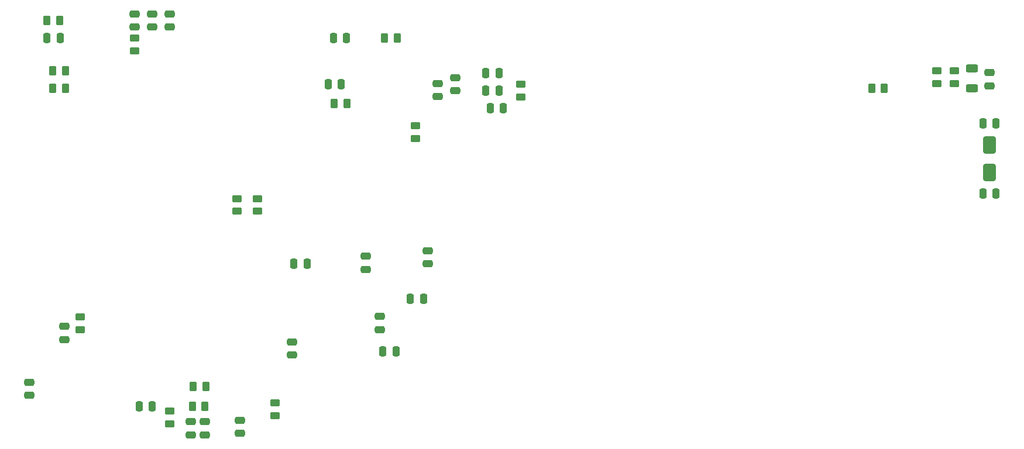
<source format=gbr>
%TF.GenerationSoftware,KiCad,Pcbnew,7.0.10*%
%TF.CreationDate,2024-03-06T13:01:35-05:00*%
%TF.ProjectId,PCB_Main_Final,5043425f-4d61-4696-9e5f-46696e616c2e,rev?*%
%TF.SameCoordinates,Original*%
%TF.FileFunction,Paste,Bot*%
%TF.FilePolarity,Positive*%
%FSLAX46Y46*%
G04 Gerber Fmt 4.6, Leading zero omitted, Abs format (unit mm)*
G04 Created by KiCad (PCBNEW 7.0.10) date 2024-03-06 13:01:35*
%MOMM*%
%LPD*%
G01*
G04 APERTURE LIST*
G04 Aperture macros list*
%AMRoundRect*
0 Rectangle with rounded corners*
0 $1 Rounding radius*
0 $2 $3 $4 $5 $6 $7 $8 $9 X,Y pos of 4 corners*
0 Add a 4 corners polygon primitive as box body*
4,1,4,$2,$3,$4,$5,$6,$7,$8,$9,$2,$3,0*
0 Add four circle primitives for the rounded corners*
1,1,$1+$1,$2,$3*
1,1,$1+$1,$4,$5*
1,1,$1+$1,$6,$7*
1,1,$1+$1,$8,$9*
0 Add four rect primitives between the rounded corners*
20,1,$1+$1,$2,$3,$4,$5,0*
20,1,$1+$1,$4,$5,$6,$7,0*
20,1,$1+$1,$6,$7,$8,$9,0*
20,1,$1+$1,$8,$9,$2,$3,0*%
G04 Aperture macros list end*
%ADD10RoundRect,0.250000X0.475000X-0.250000X0.475000X0.250000X-0.475000X0.250000X-0.475000X-0.250000X0*%
%ADD11RoundRect,0.250000X-0.475000X0.250000X-0.475000X-0.250000X0.475000X-0.250000X0.475000X0.250000X0*%
%ADD12RoundRect,0.250000X0.262500X0.450000X-0.262500X0.450000X-0.262500X-0.450000X0.262500X-0.450000X0*%
%ADD13RoundRect,0.250000X-0.450000X0.262500X-0.450000X-0.262500X0.450000X-0.262500X0.450000X0.262500X0*%
%ADD14RoundRect,0.250000X-0.250000X-0.475000X0.250000X-0.475000X0.250000X0.475000X-0.250000X0.475000X0*%
%ADD15RoundRect,0.250000X0.450000X-0.262500X0.450000X0.262500X-0.450000X0.262500X-0.450000X-0.262500X0*%
%ADD16RoundRect,0.250000X0.250000X0.475000X-0.250000X0.475000X-0.250000X-0.475000X0.250000X-0.475000X0*%
%ADD17RoundRect,0.250000X0.650000X-1.000000X0.650000X1.000000X-0.650000X1.000000X-0.650000X-1.000000X0*%
%ADD18RoundRect,0.250000X-0.262500X-0.450000X0.262500X-0.450000X0.262500X0.450000X-0.262500X0.450000X0*%
%ADD19RoundRect,0.250000X-0.625000X0.312500X-0.625000X-0.312500X0.625000X-0.312500X0.625000X0.312500X0*%
G04 APERTURE END LIST*
D10*
%TO.C,C56*%
X79510000Y-110894104D03*
X79510000Y-108994104D03*
%TD*%
D11*
%TO.C,C33*%
X72360000Y-109220000D03*
X72360000Y-111120000D03*
%TD*%
D12*
%TO.C,R24*%
X74430000Y-106985000D03*
X72605000Y-106985000D03*
%TD*%
D10*
%TO.C,C11*%
X69350000Y-52055000D03*
X69350000Y-50155000D03*
%TD*%
D13*
%TO.C,Ruvt2*%
X182880000Y-58420000D03*
X182880000Y-60245000D03*
%TD*%
D14*
%TO.C,C49*%
X115070000Y-61265000D03*
X116970000Y-61265000D03*
%TD*%
D12*
%TO.C,R23*%
X74572500Y-104140000D03*
X72747500Y-104140000D03*
%TD*%
D15*
%TO.C,R22*%
X69350000Y-109525000D03*
X69350000Y-107700000D03*
%TD*%
D12*
%TO.C,Rt2*%
X172720000Y-60960000D03*
X170895000Y-60960000D03*
%TD*%
D16*
%TO.C,C16*%
X66810000Y-106985000D03*
X64910000Y-106985000D03*
%TD*%
D15*
%TO.C,R4*%
X84590000Y-108316604D03*
X84590000Y-106491604D03*
%TD*%
D10*
%TO.C,C15*%
X64270000Y-52055000D03*
X64270000Y-50155000D03*
%TD*%
D13*
%TO.C,R13*%
X64270000Y-53645000D03*
X64270000Y-55470000D03*
%TD*%
D14*
%TO.C,C48*%
X115710000Y-63805000D03*
X117610000Y-63805000D03*
%TD*%
D11*
%TO.C,C40*%
X97681050Y-85261950D03*
X97681050Y-87161950D03*
%TD*%
D16*
%TO.C,C42*%
X102082600Y-99060000D03*
X100182600Y-99060000D03*
%TD*%
D11*
%TO.C,C41*%
X99700000Y-93980000D03*
X99700000Y-95880000D03*
%TD*%
D10*
%TO.C,Cvin2*%
X187960000Y-60575000D03*
X187960000Y-58675000D03*
%TD*%
D17*
%TO.C,Dbst2*%
X187960000Y-73120000D03*
X187960000Y-69120000D03*
%TD*%
D18*
%TO.C,R14*%
X52427500Y-60960000D03*
X54252500Y-60960000D03*
%TD*%
D13*
%TO.C,R27*%
X120150000Y-60352500D03*
X120150000Y-62177500D03*
%TD*%
D11*
%TO.C,C51*%
X108110000Y-60240000D03*
X108110000Y-62140000D03*
%TD*%
D14*
%TO.C,C54*%
X51570000Y-53645000D03*
X53470000Y-53645000D03*
%TD*%
D16*
%TO.C,Cbst2*%
X188910000Y-76200000D03*
X187010000Y-76200000D03*
%TD*%
%TO.C,C45*%
X106040000Y-91440000D03*
X104140000Y-91440000D03*
%TD*%
D19*
%TO.C,Rvin2*%
X185420000Y-58035000D03*
X185420000Y-60960000D03*
%TD*%
D15*
%TO.C,Ruvb2*%
X180340000Y-60245000D03*
X180340000Y-58420000D03*
%TD*%
D18*
%TO.C,R30*%
X100424986Y-53645000D03*
X102249986Y-53645000D03*
%TD*%
D10*
%TO.C,C12*%
X66810000Y-52055000D03*
X66810000Y-50155000D03*
%TD*%
D14*
%TO.C,Cvcc2*%
X187010000Y-66040000D03*
X188910000Y-66040000D03*
%TD*%
D11*
%TO.C,C52*%
X110650000Y-59365000D03*
X110650000Y-61265000D03*
%TD*%
D12*
%TO.C,R2*%
X53395000Y-51105000D03*
X51570000Y-51105000D03*
%TD*%
D14*
%TO.C,C38*%
X87317500Y-86360000D03*
X89217500Y-86360000D03*
%TD*%
D11*
%TO.C,C46*%
X106680000Y-84460000D03*
X106680000Y-86360000D03*
%TD*%
%TO.C,C55*%
X54110000Y-95401252D03*
X54110000Y-97301252D03*
%TD*%
%TO.C,C34*%
X74430000Y-109220000D03*
X74430000Y-111120000D03*
%TD*%
%TO.C,CsnR5*%
X49030000Y-103495000D03*
X49030000Y-105395000D03*
%TD*%
D14*
%TO.C,C50*%
X115070000Y-58725000D03*
X116970000Y-58725000D03*
%TD*%
%TO.C,CsnR4*%
X93030000Y-53645000D03*
X94930000Y-53645000D03*
%TD*%
D12*
%TO.C,R1*%
X94960004Y-63090000D03*
X93135004Y-63090000D03*
%TD*%
D13*
%TO.C,R21*%
X82050000Y-76915000D03*
X82050000Y-78740000D03*
%TD*%
D11*
%TO.C,C37*%
X87000000Y-97642600D03*
X87000000Y-99542600D03*
%TD*%
D13*
%TO.C,R29*%
X104910000Y-66345000D03*
X104910000Y-68170000D03*
%TD*%
D15*
%TO.C,R3*%
X56412303Y-95896852D03*
X56412303Y-94071852D03*
%TD*%
D14*
%TO.C,C53*%
X92250002Y-60300002D03*
X94150002Y-60300002D03*
%TD*%
D18*
%TO.C,R17*%
X52427500Y-58420000D03*
X54252500Y-58420000D03*
%TD*%
D13*
%TO.C,R18*%
X79100000Y-76915000D03*
X79100000Y-78740000D03*
%TD*%
M02*

</source>
